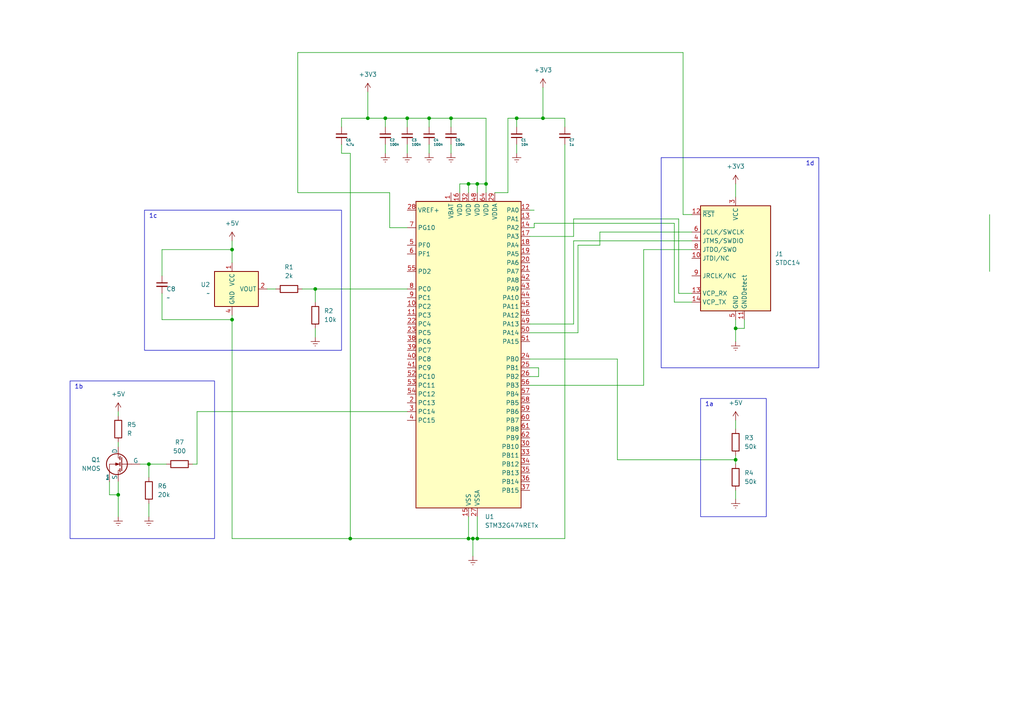
<source format=kicad_sch>
(kicad_sch (version 20230121) (generator eeschema)
  (paper "A4")
  (lib_symbols
    (symbol "Connector:Conn_ST_STDC14"
      (property "Reference" "J" (at -8.89 16.51 0))
      (property "Value" "Conn_ST_STDC14" (at 17.78 16.51 0))
      (symbol "Conn_ST_STDC14_0_1"
        (rectangle (start -10.16 15.24) (end 10.16 -15.24) (stroke (width 0.254)) (fill (type background)))
      )
      (symbol "Conn_ST_STDC14_1_1"
        (pin no_connect line (at -10.16 5.08 0) (length 2.54) hide (name "NC") (number "1"))
        (pin output line (at 12.7 0 180) (length 2.54) (name "JTDI/NC") (number "10"))
        (pin passive line (at -2.54 -17.78 90) (length 2.54) (name "GNDDetect") (number "11"))
        (pin open_collector line (at 12.7 12.7 180) (length 2.54) (name "~{RST}") (number "12"))
        (pin output line (at 12.7 -10.16 180) (length 2.54) (name "VCP_RX") (number "13"))
        (pin input line (at 12.7 -12.7 180) (length 2.54) (name "VCP_TX") (number "14"))
        (pin no_connect line (at -10.16 2.54 0) (length 2.54) hide (name "NC") (number "2"))
        (pin power_in line (at 0 17.78 270) (length 2.54) (name "VCC") (number "3"))
        (pin bidirectional line (at 12.7 5.08 180) (length 2.54) (name "JTMS/SWDIO") (number "4"))
        (pin power_in line (at 0 -17.78 90) (length 2.54) (name "GND") (number "5"))
        (pin output line (at 12.7 7.62 180) (length 2.54) (name "JCLK/SWCLK") (number "6"))
        (pin passive line (at 0 -17.78 90) (length 2.54) hide (name "GND") (number "7"))
        (pin input line (at 12.7 2.54 180) (length 2.54) (name "JTDO/SWO") (number "8"))
        (pin input line (at 12.7 -5.08 180) (length 2.54) (name "JRCLK/NC") (number "9"))
      )
    )
    (symbol "Device:C_Small" (pin_numbers hide) (pin_names (offset 0.254) hide)
      (property "Reference" "C" (at 0.254 1.778 0))
      (property "Value" "C_Small" (at 0.254 -2.032 0))
      (symbol "C_Small_0_1"
        (polyline (pts (xy -1.524 -0.508) (xy 1.524 -0.508)) (stroke (width 0.3302)))
        (polyline (pts (xy -1.524 0.508) (xy 1.524 0.508)) (stroke (width 0.3048)))
      )
      (symbol "C_Small_1_1"
        (pin passive line (at 0 2.54 270) (length 2.032) (name "~") (number "1"))
        (pin passive line (at 0 -2.54 90) (length 2.032) (name "~") (number "2"))
      )
    )
    (symbol "Device:R" (pin_numbers hide) (pin_names (offset 0))
      (property "Reference" "R" (at 2.032 0 90))
      (property "Value" "R" (at 0 0 90))
      (symbol "R_0_1"
        (rectangle (start -1.016 -2.54) (end 1.016 2.54) (stroke (width 0.254)))
      )
      (symbol "R_1_1"
        (pin passive line (at 0 3.81 270) (length 1.27) (name "~") (number "1"))
        (pin passive line (at 0 -3.81 90) (length 1.27) (name "~") (number "2"))
      )
    )
    (symbol "MCU_ST_STM32G4:STM32G474RETx"
      (property "Reference" "U" (at -15.24 46.99 0))
      (property "Value" "STM32G474RETx" (at 10.16 46.99 0))
      (symbol "STM32G474RETx_0_1"
        (rectangle (start -15.24 -43.18) (end 15.24 45.72) (stroke (width 0.254)) (fill (type background)))
      )
      (symbol "STM32G474RETx_1_1"
        (pin power_in line (at -5.08 48.26 270) (length 2.54) (name "VBAT") (number "1"))
        (pin bidirectional line (at -17.78 15.24 0) (length 2.54) (name "PC2") (number "10"))
        (pin bidirectional line (at -17.78 12.7 0) (length 2.54) (name "PC3") (number "11"))
        (pin bidirectional line (at 17.78 43.18 180) (length 2.54) (name "PA0") (number "12"))
        (pin bidirectional line (at 17.78 40.64 180) (length 2.54) (name "PA1") (number "13"))
        (pin bidirectional line (at 17.78 38.1 180) (length 2.54) (name "PA2") (number "14"))
        (pin power_in line (at 0 -45.72 90) (length 2.54) (name "VSS") (number "15"))
        (pin power_in line (at -2.54 48.26 270) (length 2.54) (name "VDD") (number "16"))
        (pin bidirectional line (at 17.78 35.56 180) (length 2.54) (name "PA3") (number "17"))
        (pin bidirectional line (at 17.78 33.02 180) (length 2.54) (name "PA4") (number "18"))
        (pin bidirectional line (at 17.78 30.48 180) (length 2.54) (name "PA5") (number "19"))
        (pin bidirectional line (at -17.78 -12.7 0) (length 2.54) (name "PC13") (number "2"))
        (pin bidirectional line (at 17.78 27.94 180) (length 2.54) (name "PA6") (number "20"))
        (pin bidirectional line (at 17.78 25.4 180) (length 2.54) (name "PA7") (number "21"))
        (pin bidirectional line (at -17.78 10.16 0) (length 2.54) (name "PC4") (number "22"))
        (pin bidirectional line (at -17.78 7.62 0) (length 2.54) (name "PC5") (number "23"))
        (pin bidirectional line (at 17.78 0 180) (length 2.54) (name "PB0") (number "24"))
        (pin bidirectional line (at 17.78 -2.54 180) (length 2.54) (name "PB1") (number "25"))
        (pin bidirectional line (at 17.78 -5.08 180) (length 2.54) (name "PB2") (number "26"))
        (pin power_in line (at 2.54 -45.72 90) (length 2.54) (name "VSSA") (number "27"))
        (pin input line (at -17.78 43.18 0) (length 2.54) (name "VREF+") (number "28"))
        (pin power_in line (at 7.62 48.26 270) (length 2.54) (name "VDDA") (number "29"))
        (pin bidirectional line (at -17.78 -15.24 0) (length 2.54) (name "PC14") (number "3"))
        (pin bidirectional line (at 17.78 -25.4 180) (length 2.54) (name "PB10") (number "30"))
        (pin passive line (at 0 -45.72 90) (length 2.54) hide (name "VSS") (number "31"))
        (pin power_in line (at 0 48.26 270) (length 2.54) (name "VDD") (number "32"))
        (pin bidirectional line (at 17.78 -27.94 180) (length 2.54) (name "PB11") (number "33"))
        (pin bidirectional line (at 17.78 -30.48 180) (length 2.54) (name "PB12") (number "34"))
        (pin bidirectional line (at 17.78 -33.02 180) (length 2.54) (name "PB13") (number "35"))
        (pin bidirectional line (at 17.78 -35.56 180) (length 2.54) (name "PB14") (number "36"))
        (pin bidirectional line (at 17.78 -38.1 180) (length 2.54) (name "PB15") (number "37"))
        (pin bidirectional line (at -17.78 5.08 0) (length 2.54) (name "PC6") (number "38"))
        (pin bidirectional line (at -17.78 2.54 0) (length 2.54) (name "PC7") (number "39"))
        (pin bidirectional line (at -17.78 -17.78 0) (length 2.54) (name "PC15") (number "4"))
        (pin bidirectional line (at -17.78 0 0) (length 2.54) (name "PC8") (number "40"))
        (pin bidirectional line (at -17.78 -2.54 0) (length 2.54) (name "PC9") (number "41"))
        (pin bidirectional line (at 17.78 22.86 180) (length 2.54) (name "PA8") (number "42"))
        (pin bidirectional line (at 17.78 20.32 180) (length 2.54) (name "PA9") (number "43"))
        (pin bidirectional line (at 17.78 17.78 180) (length 2.54) (name "PA10") (number "44"))
        (pin bidirectional line (at 17.78 15.24 180) (length 2.54) (name "PA11") (number "45"))
        (pin bidirectional line (at 17.78 12.7 180) (length 2.54) (name "PA12") (number "46"))
        (pin passive line (at 0 -45.72 90) (length 2.54) hide (name "VSS") (number "47"))
        (pin power_in line (at 2.54 48.26 270) (length 2.54) (name "VDD") (number "48"))
        (pin bidirectional line (at 17.78 10.16 180) (length 2.54) (name "PA13") (number "49"))
        (pin bidirectional line (at -17.78 33.02 0) (length 2.54) (name "PF0") (number "5"))
        (pin bidirectional line (at 17.78 7.62 180) (length 2.54) (name "PA14") (number "50"))
        (pin bidirectional line (at 17.78 5.08 180) (length 2.54) (name "PA15") (number "51"))
        (pin bidirectional line (at -17.78 -5.08 0) (length 2.54) (name "PC10") (number "52"))
        (pin bidirectional line (at -17.78 -7.62 0) (length 2.54) (name "PC11") (number "53"))
        (pin bidirectional line (at -17.78 -10.16 0) (length 2.54) (name "PC12") (number "54"))
        (pin bidirectional line (at -17.78 25.4 0) (length 2.54) (name "PD2") (number "55"))
        (pin bidirectional line (at 17.78 -7.62 180) (length 2.54) (name "PB3") (number "56"))
        (pin bidirectional line (at 17.78 -10.16 180) (length 2.54) (name "PB4") (number "57"))
        (pin bidirectional line (at 17.78 -12.7 180) (length 2.54) (name "PB5") (number "58"))
        (pin bidirectional line (at 17.78 -15.24 180) (length 2.54) (name "PB6") (number "59"))
        (pin bidirectional line (at -17.78 30.48 0) (length 2.54) (name "PF1") (number "6"))
        (pin bidirectional line (at 17.78 -17.78 180) (length 2.54) (name "PB7") (number "60"))
        (pin bidirectional line (at 17.78 -20.32 180) (length 2.54) (name "PB8") (number "61"))
        (pin bidirectional line (at 17.78 -22.86 180) (length 2.54) (name "PB9") (number "62"))
        (pin passive line (at 0 -45.72 90) (length 2.54) hide (name "VSS") (number "63"))
        (pin power_in line (at 5.08 48.26 270) (length 2.54) (name "VDD") (number "64"))
        (pin bidirectional line (at -17.78 38.1 0) (length 2.54) (name "PG10") (number "7"))
        (pin bidirectional line (at -17.78 20.32 0) (length 2.54) (name "PC0") (number "8"))
        (pin bidirectional line (at -17.78 17.78 0) (length 2.54) (name "PC1") (number "9"))
      )
    )
    (symbol "Sensor_Current:A1363xKTTN-1"
      (property "Reference" "U" (at 8.89 6.35 0))
      (property "Value" "A1363xKTTN-1" (at 8.89 3.81 0))
      (symbol "A1363xKTTN-1_0_1"
        (rectangle (start -5.08 5.08) (end 7.62 -5.08) (stroke (width 0.254)) (fill (type background)))
      )
      (symbol "A1363xKTTN-1_1_1"
        (pin power_in line (at 0 7.62 270) (length 2.54) (name "VCC") (number "1"))
        (pin output line (at 10.16 0 180) (length 2.54) (name "VOUT") (number "2"))
        (pin no_connect line (at 7.62 -2.54 180) (length 2.54) hide (name "NC") (number "3"))
        (pin power_in line (at 0 -7.62 90) (length 2.54) (name "GND") (number "4"))
      )
    )
    (symbol "Simulation_SPICE:NMOS_Substrate" (pin_numbers hide) (pin_names (offset 0))
      (property "Reference" "Q" (at 6.985 1.27 0))
      (property "Value" "NMOS_Substrate" (at 6.985 -1.27 0))
      (symbol "NMOS_Substrate_0_1"
        (polyline (pts (xy 1.524 0) (xy -1.27 0)))
        (polyline (pts (xy 1.524 1.905) (xy 1.524 -1.905)) (stroke (width 0.254)))
        (polyline (pts (xy 2.032 -1.27) (xy 2.032 -2.286)) (stroke (width 0.254)))
        (polyline (pts (xy 2.032 0.508) (xy 2.032 -0.508)) (stroke (width 0.254)))
        (polyline (pts (xy 2.032 2.286) (xy 2.032 1.27)) (stroke (width 0.254)))
        (polyline (pts (xy 2.032 1.778) (xy 2.54 1.778) (xy 2.54 2.54)))
        (polyline (pts (xy 2.54 -2.54) (xy 2.54 -1.778) (xy 2.032 -1.778)))
        (polyline (pts (xy 5.08 -2.54) (xy 5.08 0) (xy 2.032 0)))
        (polyline (pts (xy 2.286 0) (xy 3.302 0.381) (xy 3.302 -0.381) (xy 2.286 0)) (fill (type outline)))
        (circle (center 2.921 0) (radius 3.0294) (stroke (width 0.254)))
      )
      (symbol "NMOS_Substrate_1_1"
        (pin passive line (at 2.54 5.08 270) (length 2.54) (name "D") (number "1"))
        (pin input line (at -3.81 0 0) (length 2.54) (name "G") (number "2"))
        (pin passive line (at 2.54 -5.08 90) (length 2.54) (name "S") (number "3"))
        (pin input line (at 5.08 -5.08 90) (length 2.54) (name "Bulk") (number "4"))
      )
    )
    (symbol "power:+3V3" (power) (pin_names (offset 0))
      (property "Value" "+3V3" (at 0 3.556 0))
      (symbol "+3V3_0_1"
        (polyline (pts (xy -0.762 1.27) (xy 0 2.54)))
        (polyline (pts (xy 0 0) (xy 0 2.54)))
        (polyline (pts (xy 0 2.54) (xy 0.762 1.27)))
      )
      (symbol "+3V3_1_1"
        (pin power_in line (at 0 0 90) (length 0) hide (name "+3V3") (number "1"))
      )
    )
    (symbol "power:+5V" (power) (pin_names (offset 0))
      (property "Value" "+5V" (at 0 3.556 0))
      (symbol "+5V_0_1"
        (polyline (pts (xy -0.762 1.27) (xy 0 2.54)))
        (polyline (pts (xy 0 0) (xy 0 2.54)))
        (polyline (pts (xy 0 2.54) (xy 0.762 1.27)))
      )
      (symbol "+5V_1_1"
        (pin power_in line (at 0 0 90) (length 0) hide (name "+5V") (number "1"))
      )
    )
    (symbol "power:Earth" (power) (pin_names (offset 0))
      (symbol "Earth_0_1"
        (polyline (pts (xy -0.635 -1.905) (xy 0.635 -1.905)))
        (polyline (pts (xy -0.127 -2.54) (xy 0.127 -2.54)))
        (polyline (pts (xy 0 -1.27) (xy 0 0)))
        (polyline (pts (xy 1.27 -1.27) (xy -1.27 -1.27)))
      )
      (symbol "Earth_1_1"
        (pin power_in line (at 0 0 270) (length 0) hide (name "Earth") (number "1"))
      )
    )
  )
  (junction (at 213.36 133.35))
  (junction (at 137.16 156.21))
  (junction (at 106.68 34.29))
  (junction (at 149.86 34.29))
  (junction (at 140.97 53.34))
  (junction (at 118.11 34.29))
  (junction (at 135.89 156.21))
  (junction (at 124.46 34.29))
  (junction (at 157.48 34.29))
  (junction (at 67.31 92.71))
  (junction (at 91.44 83.82))
  (junction (at 138.43 156.21))
  (junction (at 111.76 34.29))
  (junction (at 67.31 72.39))
  (junction (at 130.81 34.29))
  (junction (at 213.36 95.25))
  (junction (at 101.6 156.21))
  (junction (at 135.89 53.34))
  (junction (at 43.18 134.62))
  (junction (at 138.43 53.34))
  (junction (at 34.29 143.51))
  (wire (pts (xy 111.76 41.91) (xy 111.76 44.45)))
  (wire (pts (xy 195.58 64.77) (xy 195.58 87.63)))
  (wire (pts (xy 31.75 139.7) (xy 31.75 143.51)))
  (wire (pts (xy 186.69 72.39) (xy 200.66 72.39)))
  (wire (pts (xy 196.85 85.09) (xy 200.66 85.09)))
  (wire (pts (xy 179.07 104.14) (xy 179.07 133.35)))
  (wire (pts (xy 31.75 143.51) (xy 34.29 143.51)))
  (wire (pts (xy 135.89 149.86) (xy 135.89 156.21)))
  (wire (pts (xy 138.43 156.21) (xy 138.43 149.86)))
  (wire (pts (xy 173.99 71.12) (xy 173.99 67.31)))
  (wire (pts (xy 163.83 41.91) (xy 163.83 156.21)))
  (wire (pts (xy 153.67 106.68) (xy 156.21 106.68)))
  (wire (pts (xy 213.36 92.71) (xy 213.36 95.25)))
  (wire (pts (xy 46.99 72.39) (xy 46.99 80.01)))
  (wire (pts (xy 147.32 34.29) (xy 149.86 34.29)))
  (wire (pts (xy 34.29 139.7) (xy 34.29 143.51)))
  (wire (pts (xy 213.36 133.35) (xy 213.36 134.62)))
  (wire (pts (xy 213.36 95.25) (xy 215.9 95.25)))
  (wire (pts (xy 154.94 60.96) (xy 153.67 60.96)))
  (wire (pts (xy 106.68 26.67) (xy 106.68 34.29)))
  (wire (pts (xy 156.21 109.22) (xy 153.67 109.22)))
  (wire (pts (xy 153.67 68.58) (xy 166.37 68.58)))
  (wire (pts (xy 153.67 111.76) (xy 186.69 111.76)))
  (wire (pts (xy 67.31 156.21) (xy 101.6 156.21)))
  (wire (pts (xy 166.37 63.5) (xy 166.37 68.58)))
  (wire (pts (xy 195.58 87.63) (xy 200.66 87.63)))
  (wire (pts (xy 137.16 156.21) (xy 137.16 161.29)))
  (wire (pts (xy 173.99 71.12) (xy 167.64 71.12)))
  (wire (pts (xy 113.03 55.88) (xy 113.03 66.04)))
  (wire (pts (xy 163.83 34.29) (xy 163.83 36.83)))
  (wire (pts (xy 213.36 53.34) (xy 213.36 57.15)))
  (wire (pts (xy 99.06 34.29) (xy 99.06 36.83)))
  (wire (pts (xy 149.86 41.91) (xy 149.86 44.45)))
  (wire (pts (xy 133.35 53.34) (xy 133.35 55.88)))
  (wire (pts (xy 46.99 92.71) (xy 67.31 92.71)))
  (wire (pts (xy 86.36 55.88) (xy 86.36 15.24)))
  (wire (pts (xy 34.29 128.27) (xy 34.29 129.54)))
  (wire (pts (xy 67.31 92.71) (xy 67.31 156.21)))
  (wire (pts (xy 118.11 44.45) (xy 118.11 41.91)))
  (wire (pts (xy 118.11 36.83) (xy 118.11 34.29)))
  (wire (pts (xy 106.68 34.29) (xy 111.76 34.29)))
  (wire (pts (xy 67.31 69.85) (xy 67.31 72.39)))
  (wire (pts (xy 43.18 146.05) (xy 43.18 149.86)))
  (wire (pts (xy 140.97 55.88) (xy 140.97 53.34)))
  (wire (pts (xy 43.18 134.62) (xy 43.18 138.43)))
  (wire (pts (xy 87.63 83.82) (xy 91.44 83.82)))
  (wire (pts (xy 198.12 15.24) (xy 198.12 62.23)))
  (wire (pts (xy 101.6 44.45) (xy 101.6 156.21)))
  (wire (pts (xy 111.76 36.83) (xy 111.76 34.29)))
  (wire (pts (xy 57.15 119.38) (xy 118.11 119.38)))
  (wire (pts (xy 46.99 85.09) (xy 46.99 92.71)))
  (wire (pts (xy 138.43 53.34) (xy 135.89 53.34)))
  (wire (pts (xy 40.64 134.62) (xy 43.18 134.62)))
  (wire (pts (xy 34.29 119.38) (xy 34.29 120.65)))
  (wire (pts (xy 101.6 156.21) (xy 135.89 156.21)))
  (wire (pts (xy 167.64 96.52) (xy 153.67 96.52)))
  (wire (pts (xy 163.83 34.29) (xy 157.48 34.29)))
  (wire (pts (xy 99.06 44.45) (xy 99.06 41.91)))
  (wire (pts (xy 135.89 55.88) (xy 135.89 53.34)))
  (wire (pts (xy 173.99 67.31) (xy 200.66 67.31)))
  (wire (pts (xy 153.67 104.14) (xy 179.07 104.14)))
  (wire (pts (xy 124.46 36.83) (xy 124.46 34.29)))
  (wire (pts (xy 124.46 34.29) (xy 130.81 34.29)))
  (wire (pts (xy 138.43 156.21) (xy 163.83 156.21)))
  (wire (pts (xy 154.94 66.04) (xy 153.67 66.04)))
  (wire (pts (xy 67.31 72.39) (xy 46.99 72.39)))
  (wire (pts (xy 213.36 95.25) (xy 213.36 99.06)))
  (wire (pts (xy 135.89 53.34) (xy 133.35 53.34)))
  (wire (pts (xy 67.31 91.44) (xy 67.31 92.71)))
  (wire (pts (xy 287.02 62.23) (xy 287.02 78.74)))
  (wire (pts (xy 213.36 132.08) (xy 213.36 133.35)))
  (wire (pts (xy 166.37 69.85) (xy 166.37 93.98)))
  (wire (pts (xy 147.32 34.29) (xy 147.32 55.88)))
  (wire (pts (xy 138.43 55.88) (xy 138.43 53.34)))
  (wire (pts (xy 196.85 63.5) (xy 196.85 85.09)))
  (wire (pts (xy 130.81 36.83) (xy 130.81 34.29)))
  (wire (pts (xy 213.36 142.24) (xy 213.36 144.78)))
  (wire (pts (xy 130.81 34.29) (xy 140.97 34.29)))
  (wire (pts (xy 99.06 34.29) (xy 106.68 34.29)))
  (wire (pts (xy 43.18 134.62) (xy 48.26 134.62)))
  (wire (pts (xy 113.03 66.04) (xy 118.11 66.04)))
  (wire (pts (xy 154.94 64.77) (xy 154.94 66.04)))
  (wire (pts (xy 213.36 121.92) (xy 213.36 124.46)))
  (wire (pts (xy 130.81 41.91) (xy 130.81 44.45)))
  (wire (pts (xy 157.48 25.4) (xy 157.48 34.29)))
  (wire (pts (xy 124.46 41.91) (xy 124.46 44.45)))
  (wire (pts (xy 140.97 34.29) (xy 140.97 53.34)))
  (wire (pts (xy 101.6 44.45) (xy 99.06 44.45)))
  (wire (pts (xy 86.36 15.24) (xy 198.12 15.24)))
  (wire (pts (xy 156.21 106.68) (xy 156.21 109.22)))
  (wire (pts (xy 111.76 34.29) (xy 118.11 34.29)))
  (wire (pts (xy 91.44 83.82) (xy 91.44 87.63)))
  (wire (pts (xy 149.86 34.29) (xy 149.86 36.83)))
  (wire (pts (xy 166.37 63.5) (xy 196.85 63.5)))
  (wire (pts (xy 200.66 69.85) (xy 166.37 69.85)))
  (wire (pts (xy 166.37 93.98) (xy 153.67 93.98)))
  (wire (pts (xy 198.12 62.23) (xy 200.66 62.23)))
  (wire (pts (xy 137.16 156.21) (xy 135.89 156.21)))
  (wire (pts (xy 157.48 34.29) (xy 149.86 34.29)))
  (wire (pts (xy 113.03 55.88) (xy 86.36 55.88)))
  (wire (pts (xy 57.15 134.62) (xy 57.15 119.38)))
  (wire (pts (xy 67.31 72.39) (xy 67.31 76.2)))
  (wire (pts (xy 186.69 111.76) (xy 186.69 72.39)))
  (wire (pts (xy 147.32 55.88) (xy 143.51 55.88)))
  (wire (pts (xy 34.29 143.51) (xy 34.29 149.86)))
  (wire (pts (xy 154.94 64.77) (xy 195.58 64.77)))
  (wire (pts (xy 140.97 53.34) (xy 138.43 53.34)))
  (wire (pts (xy 138.43 156.21) (xy 137.16 156.21)))
  (wire (pts (xy 167.64 71.12) (xy 167.64 96.52)))
  (wire (pts (xy 55.88 134.62) (xy 57.15 134.62)))
  (wire (pts (xy 118.11 34.29) (xy 124.46 34.29)))
  (wire (pts (xy 215.9 95.25) (xy 215.9 92.71)))
  (wire (pts (xy 77.47 83.82) (xy 80.01 83.82)))
  (wire (pts (xy 91.44 95.25) (xy 91.44 97.79)))
  (wire (pts (xy 179.07 133.35) (xy 213.36 133.35)))
  (wire (pts (xy 91.44 83.82) (xy 118.11 83.82)))
  (rectangle (start 191.77 45.72) (end 237.49 106.68))
  (rectangle (start 203.2 115.57) (end 222.25 149.86))
  (rectangle (start 41.91 60.96) (end 99.06 101.6))
  (rectangle (start 20.32 110.49) (end 62.23 156.21))
  (text "1b" (at 21.59 113.03 0) (effects (font (size 1.27 1.27)) (justify left bottom)))
  (text "1d\n" (at 233.68 48.26 0) (effects (font (size 1.27 1.27)) (justify left bottom)))
  (text "1c\n" (at 43.18 63.5 0) (effects (font (size 1.27 1.27)) (justify left bottom)))
  (text "1a\n" (at 204.47 118.11 0) (effects (font (size 1.27 1.27)) (justify left bottom)))
  (symbol (lib_id "power:+5V") (at 213.36 121.92 0) (unit 1)
    (property "Reference" "#PWR013" (effects hide))
    (property "Value" "+5V" (at 213.36 116.84 0))
  )
  (symbol (lib_id "Device:R") (at 83.82 83.82 90) (unit 1)
    (property "Reference" "R1" (at 83.82 77.47 90))
    (property "Value" "2k" (at 83.82 80.01 90))
  )
  (symbol (lib_id "power:Earth") (at 118.11 44.45 0) (unit 1)
    (property "Reference" "#PWR07" (effects hide))
    (property "Value" "Earth" (effects hide))
  )
  (symbol (lib_id "power:Earth") (at 130.81 44.45 0) (unit 1)
    (property "Reference" "#PWR09" (effects hide))
    (property "Value" "Earth" (effects hide))
  )
  (symbol (lib_id "Device:C_Small") (at 118.11 39.37 0) (unit 1)
    (property "Reference" "C3" (at 119.38 40.64 0) (effects (font (size 0.7 0.7)) (justify left)))
    (property "Value" "100n" (at 119.38 41.91 0) (effects (font (size 0.7 0.7)) (justify left)))
  )
  (symbol (lib_id "power:Earth") (at 91.44 97.79 0) (unit 1)
    (property "Reference" "#PWR012" (effects hide))
    (property "Value" "Earth" (effects hide))
  )
  (symbol (lib_id "power:Earth") (at 213.36 144.78 0) (unit 1)
    (property "Reference" "#PWR014" (effects hide))
    (property "Value" "Earth" (effects hide))
  )
  (symbol (lib_id "Device:R") (at 213.36 138.43 0) (unit 1)
    (property "Reference" "R4" (at 215.9 137.16 0) (effects (justify left)))
    (property "Value" "50k" (at 215.9 139.7 0) (effects (justify left)))
  )
  (symbol (lib_id "Device:C_Small") (at 111.76 39.37 0) (unit 1)
    (property "Reference" "C2" (at 113.03 40.64 0) (effects (font (size 0.7 0.7)) (justify left)))
    (property "Value" "100n" (at 113.03 41.91 0) (effects (font (size 0.7 0.7)) (justify left)))
  )
  (symbol (lib_id "power:Earth") (at 34.29 149.86 0) (unit 1)
    (property "Reference" "#PWR016" (effects hide))
    (property "Value" "Earth" (effects hide))
  )
  (symbol (lib_id "Device:R") (at 213.36 128.27 0) (unit 1)
    (property "Reference" "R3" (at 215.9 127 0) (effects (justify left)))
    (property "Value" "50k" (at 215.9 129.54 0) (effects (justify left)))
  )
  (symbol (lib_id "Simulation_SPICE:NMOS_Substrate") (at 36.83 134.62 0) (mirror y) (unit 1)
    (property "Reference" "Q1" (at 29.21 133.35 0) (effects (justify left)))
    (property "Value" "NMOS" (at 29.21 135.89 0) (effects (justify left)))
    (property "Datasheet" "https://ngspice.sourceforge.io/docs/ngspice-manual.pdf" (effects hide))
    (property "Sim.Device" "NMOS" (effects hide))
    (property "Sim.Type" "MOS1" (effects hide))
    (property "Sim.Pins" "1=D 2=G 3=S 4=B" (effects hide))
  )
  (symbol (lib_id "power:Earth") (at 124.46 44.45 0) (unit 1)
    (property "Reference" "#PWR08" (effects hide))
    (property "Value" "Earth" (effects hide))
  )
  (symbol (lib_id "power:+3V3") (at 157.48 25.4 0) (unit 1)
    (property "Reference" "#PWR04" (effects hide))
    (property "Value" "+3V3" (at 157.48 20.32 0))
  )
  (symbol (lib_id "Device:C_Small") (at 149.86 39.37 180) (unit 1)
    (property "Reference" "C1" (at 151.13 40.64 0) (effects (font (size 0.7 0.7)) (justify right)))
    (property "Value" "10n" (at 151.13 41.91 0) (effects (font (size 0.7 0.7)) (justify right)))
  )
  (symbol (lib_id "Device:C_Small") (at 130.81 39.37 0) (unit 1)
    (property "Reference" "C5" (at 132.08 40.64 0) (effects (font (size 0.7 0.7)) (justify left)))
    (property "Value" "100n" (at 132.08 41.91 0) (effects (font (size 0.7 0.7)) (justify left)))
  )
  (symbol (lib_id "MCU_ST_STM32G4:STM32G474RETx") (at 135.89 104.14 0) (unit 1)
    (property "Reference" "U1" (at 140.6241 149.86 0) (effects (justify left)))
    (property "Value" "STM32G474RETx" (at 140.6241 152.4 0) (effects (justify left)))
    (property "Footprint" "Package_QFP:LQFP-64_10x10mm_P0.5mm" (effects hide))
    (property "Datasheet" "https://www.st.com/resource/en/datasheet/stm32g474re.pdf" (effects hide))
  )
  (symbol (lib_id "power:Earth") (at 111.76 44.45 0) (unit 1)
    (property "Reference" "#PWR06" (effects hide))
    (property "Value" "Earth" (effects hide))
  )
  (symbol (lib_id "power:+3V3") (at 106.68 26.67 0) (unit 1)
    (property "Reference" "#PWR05" (effects hide))
    (property "Value" "+3V3" (at 106.68 21.59 0))
  )
  (symbol (lib_id "power:Earth") (at 43.18 149.86 0) (unit 1)
    (property "Reference" "#PWR017" (effects hide))
    (property "Value" "Earth" (effects hide))
  )
  (symbol (lib_id "Device:R") (at 34.29 124.46 0) (unit 1)
    (property "Reference" "R5" (at 36.83 123.19 0) (effects (justify left)))
    (property "Value" "R" (at 36.83 125.73 0) (effects (justify left)))
  )
  (symbol (lib_id "power:Earth") (at 213.36 99.06 0) (unit 1)
    (property "Reference" "#PWR01" (effects hide))
    (property "Value" "Earth" (effects hide))
  )
  (symbol (lib_id "power:+5V") (at 34.29 119.38 0) (unit 1)
    (property "Reference" "#PWR015" (effects hide))
    (property "Value" "+5V" (at 34.29 114.3 0))
  )
  (symbol (lib_id "power:+3V3") (at 213.36 53.34 0) (unit 1)
    (property "Reference" "#PWR02" (effects hide))
    (property "Value" "+3V3" (at 213.36 48.26 0))
  )
  (symbol (lib_id "Device:R") (at 43.18 142.24 0) (unit 1)
    (property "Reference" "R6" (at 45.72 140.97 0) (effects (justify left)))
    (property "Value" "20k" (at 45.72 143.51 0) (effects (justify left)))
  )
  (symbol (lib_id "Device:C_Small") (at 99.06 39.37 0) (unit 1)
    (property "Reference" "C6" (at 100.33 40.64 0) (effects (font (size 0.7 0.7)) (justify left)))
    (property "Value" "4.7u" (at 100.33 41.91 0) (effects (font (size 0.7 0.7)) (justify left)))
  )
  (symbol (lib_id "Device:C_Small") (at 124.46 39.37 0) (unit 1)
    (property "Reference" "C4" (at 125.73 40.64 0) (effects (font (size 0.7 0.7)) (justify left)))
    (property "Value" "100n" (at 125.73 41.91 0) (effects (font (size 0.7 0.7)) (justify left)))
  )
  (symbol (lib_id "power:+5V") (at 67.31 69.85 0) (unit 1)
    (property "Reference" "#PWR011" (effects hide))
    (property "Value" "+5V" (at 67.31 64.77 0))
  )
  (symbol (lib_id "Device:C_Small") (at 163.83 39.37 0) (unit 1)
    (property "Reference" "C7" (at 165.1 40.64 0) (effects (font (size 0.7 0.7)) (justify left)))
    (property "Value" "1u" (at 165.1 41.91 0) (effects (font (size 0.7 0.7)) (justify left)))
  )
  (symbol (lib_id "Sensor_Current:A1363xKTTN-1") (at 67.31 83.82 0) (unit 1)
    (property "Reference" "U2" (at 60.96 82.55 0) (effects (justify right)))
    (property "Value" "~" (at 60.96 85.09 0) (effects (justify right)))
    (property "Footprint" "Sensor_Current:Allegro_SIP-4" (effects hide))
    (property "Datasheet" "http://www.allegromicro.com/~/media/Files/Datasheets/A1363-Datasheet.ashx?la=en" (effects hide))
  )
  (symbol (lib_id "Device:R") (at 91.44 91.44 0) (unit 1)
    (property "Reference" "R2" (at 93.98 90.17 0) (effects (justify left)))
    (property "Value" "10k" (at 93.98 92.71 0) (effects (justify left)))
  )
  (symbol (lib_id "Connector:Conn_ST_STDC14") (at 213.36 74.93 0) (mirror y) (unit 1)
    (property "Reference" "J1" (at 224.79 73.66 0) (effects (justify right)))
    (property "Value" "STDC14" (at 224.79 76.2 0) (effects (justify right)))
    (property "Datasheet" "https://www.st.com/content/ccc/resource/technical/document/user_manual/group1/99/49/91/b6/b2/3a/46/e5/DM00526767/files/DM00526767.pdf/jcr:content/translations/en.DM00526767.pdf" (effects hide))
  )
  (symbol (lib_id "Device:R") (at 52.07 134.62 90) (unit 1)
    (property "Reference" "R7" (at 52.07 128.27 90))
    (property "Value" "500" (at 52.07 130.81 90))
  )
  (symbol (lib_id "power:Earth") (at 149.86 44.45 0) (unit 1)
    (property "Reference" "#PWR03" (effects hide))
    (property "Value" "Earth" (effects hide))
  )
  (symbol (lib_id "power:Earth") (at 137.16 161.29 0) (unit 1)
    (property "Reference" "#PWR010" (effects hide))
    (property "Value" "Earth" (effects hide))
  )
  (symbol (lib_id "Device:C_Small") (at 46.99 82.55 0) (unit 1)
    (property "Reference" "C8" (at 48.26 83.82 0) (effects (justify left)))
    (property "Value" "~" (at 48.26 86.36 0) (effects (justify left)))
  )
)
</source>
